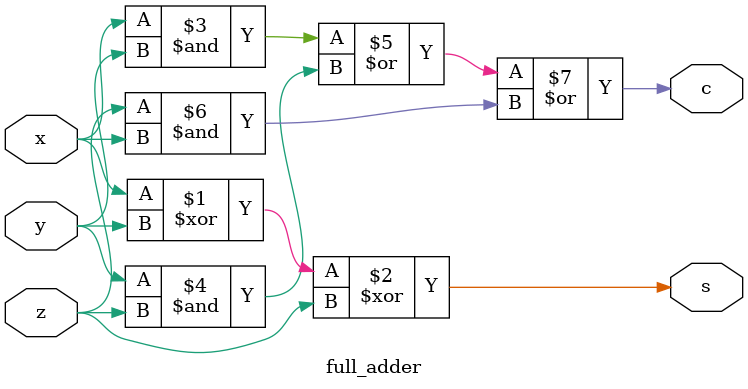
<source format=sv>
module full_adder (input x, y, z,
						output s,c
						);
	
	assign s = x^y^z;
	assign c = (x&y) | (y&z) | (z&x);

endmodule
</source>
